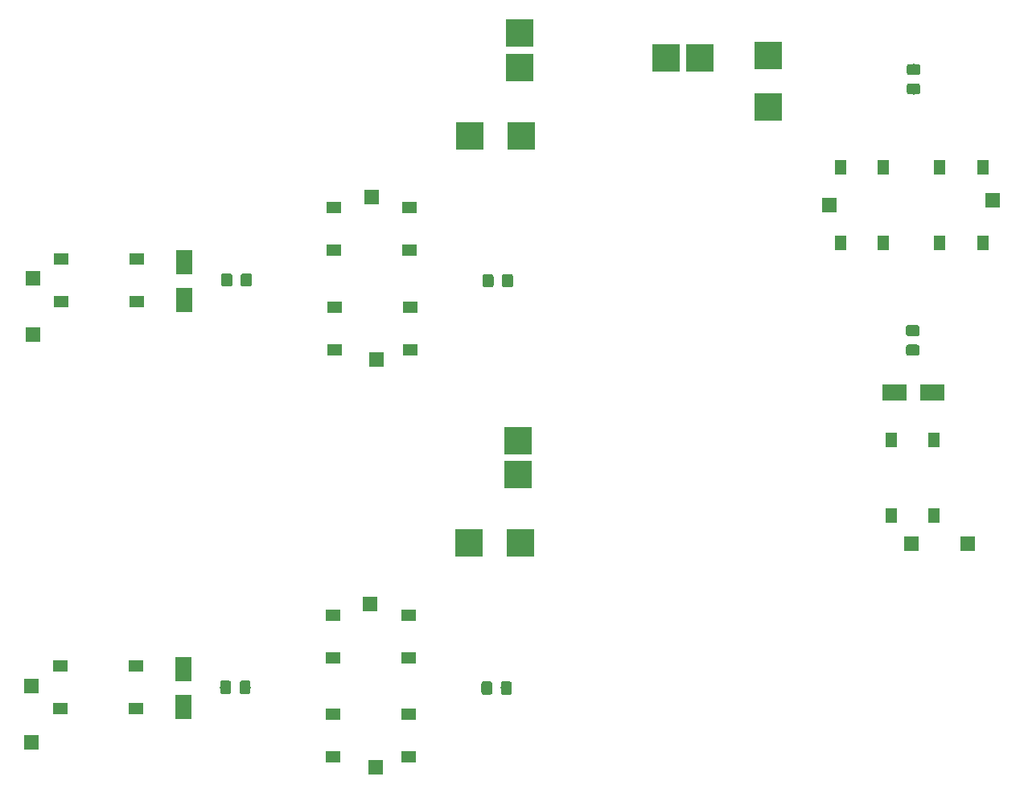
<source format=gbr>
G04 #@! TF.GenerationSoftware,KiCad,Pcbnew,(5.1.4)-1*
G04 #@! TF.CreationDate,2020-04-09T13:39:23+02:00*
G04 #@! TF.ProjectId,output.sky_panel_03_kits,6f757470-7574-42e7-936b-795f70616e65,rev?*
G04 #@! TF.SameCoordinates,Original*
G04 #@! TF.FileFunction,Paste,Bot*
G04 #@! TF.FilePolarity,Positive*
%FSLAX46Y46*%
G04 Gerber Fmt 4.6, Leading zero omitted, Abs format (unit mm)*
G04 Created by KiCad (PCBNEW (5.1.4)-1) date 2020-04-09 13:39:23*
%MOMM*%
%LPD*%
G04 APERTURE LIST*
%ADD10R,1.524000X1.524000*%
%ADD11C,0.100000*%
%ADD12C,1.150000*%
%ADD13R,1.300000X1.550000*%
%ADD14R,2.500000X1.800000*%
%ADD15R,3.000000X3.000000*%
%ADD16R,1.550000X1.300000*%
%ADD17R,1.800000X2.500000*%
G04 APERTURE END LIST*
D10*
X230725000Y-129565000D03*
D11*
G36*
X225499505Y-79026204D02*
G01*
X225523773Y-79029804D01*
X225547572Y-79035765D01*
X225570671Y-79044030D01*
X225592850Y-79054520D01*
X225613893Y-79067132D01*
X225633599Y-79081747D01*
X225651777Y-79098223D01*
X225668253Y-79116401D01*
X225682868Y-79136107D01*
X225695480Y-79157150D01*
X225705970Y-79179329D01*
X225714235Y-79202428D01*
X225720196Y-79226227D01*
X225723796Y-79250495D01*
X225725000Y-79274999D01*
X225725000Y-79925001D01*
X225723796Y-79949505D01*
X225720196Y-79973773D01*
X225714235Y-79997572D01*
X225705970Y-80020671D01*
X225695480Y-80042850D01*
X225682868Y-80063893D01*
X225668253Y-80083599D01*
X225651777Y-80101777D01*
X225633599Y-80118253D01*
X225613893Y-80132868D01*
X225592850Y-80145480D01*
X225570671Y-80155970D01*
X225547572Y-80164235D01*
X225523773Y-80170196D01*
X225499505Y-80173796D01*
X225475001Y-80175000D01*
X224574999Y-80175000D01*
X224550495Y-80173796D01*
X224526227Y-80170196D01*
X224502428Y-80164235D01*
X224479329Y-80155970D01*
X224457150Y-80145480D01*
X224436107Y-80132868D01*
X224416401Y-80118253D01*
X224398223Y-80101777D01*
X224381747Y-80083599D01*
X224367132Y-80063893D01*
X224354520Y-80042850D01*
X224344030Y-80020671D01*
X224335765Y-79997572D01*
X224329804Y-79973773D01*
X224326204Y-79949505D01*
X224325000Y-79925001D01*
X224325000Y-79274999D01*
X224326204Y-79250495D01*
X224329804Y-79226227D01*
X224335765Y-79202428D01*
X224344030Y-79179329D01*
X224354520Y-79157150D01*
X224367132Y-79136107D01*
X224381747Y-79116401D01*
X224398223Y-79098223D01*
X224416401Y-79081747D01*
X224436107Y-79067132D01*
X224457150Y-79054520D01*
X224479329Y-79044030D01*
X224502428Y-79035765D01*
X224526227Y-79029804D01*
X224550495Y-79026204D01*
X224574999Y-79025000D01*
X225475001Y-79025000D01*
X225499505Y-79026204D01*
X225499505Y-79026204D01*
G37*
D12*
X225025000Y-79600000D03*
D11*
G36*
X225499505Y-81076204D02*
G01*
X225523773Y-81079804D01*
X225547572Y-81085765D01*
X225570671Y-81094030D01*
X225592850Y-81104520D01*
X225613893Y-81117132D01*
X225633599Y-81131747D01*
X225651777Y-81148223D01*
X225668253Y-81166401D01*
X225682868Y-81186107D01*
X225695480Y-81207150D01*
X225705970Y-81229329D01*
X225714235Y-81252428D01*
X225720196Y-81276227D01*
X225723796Y-81300495D01*
X225725000Y-81324999D01*
X225725000Y-81975001D01*
X225723796Y-81999505D01*
X225720196Y-82023773D01*
X225714235Y-82047572D01*
X225705970Y-82070671D01*
X225695480Y-82092850D01*
X225682868Y-82113893D01*
X225668253Y-82133599D01*
X225651777Y-82151777D01*
X225633599Y-82168253D01*
X225613893Y-82182868D01*
X225592850Y-82195480D01*
X225570671Y-82205970D01*
X225547572Y-82214235D01*
X225523773Y-82220196D01*
X225499505Y-82223796D01*
X225475001Y-82225000D01*
X224574999Y-82225000D01*
X224550495Y-82223796D01*
X224526227Y-82220196D01*
X224502428Y-82214235D01*
X224479329Y-82205970D01*
X224457150Y-82195480D01*
X224436107Y-82182868D01*
X224416401Y-82168253D01*
X224398223Y-82151777D01*
X224381747Y-82133599D01*
X224367132Y-82113893D01*
X224354520Y-82092850D01*
X224344030Y-82070671D01*
X224335765Y-82047572D01*
X224329804Y-82023773D01*
X224326204Y-81999505D01*
X224325000Y-81975001D01*
X224325000Y-81324999D01*
X224326204Y-81300495D01*
X224329804Y-81276227D01*
X224335765Y-81252428D01*
X224344030Y-81229329D01*
X224354520Y-81207150D01*
X224367132Y-81186107D01*
X224381747Y-81166401D01*
X224398223Y-81148223D01*
X224416401Y-81131747D01*
X224436107Y-81117132D01*
X224457150Y-81104520D01*
X224479329Y-81094030D01*
X224502428Y-81085765D01*
X224526227Y-81079804D01*
X224550495Y-81076204D01*
X224574999Y-81075000D01*
X225475001Y-81075000D01*
X225499505Y-81076204D01*
X225499505Y-81076204D01*
G37*
D12*
X225025000Y-81650000D03*
D13*
X222695000Y-118600000D03*
X222695000Y-126550000D03*
X227195000Y-118600000D03*
X227195000Y-126550000D03*
D14*
X223035000Y-113595000D03*
X227035000Y-113595000D03*
D10*
X216195000Y-93905000D03*
D15*
X209775000Y-78150000D03*
D11*
G36*
X225417505Y-106524204D02*
G01*
X225441773Y-106527804D01*
X225465572Y-106533765D01*
X225488671Y-106542030D01*
X225510850Y-106552520D01*
X225531893Y-106565132D01*
X225551599Y-106579747D01*
X225569777Y-106596223D01*
X225586253Y-106614401D01*
X225600868Y-106634107D01*
X225613480Y-106655150D01*
X225623970Y-106677329D01*
X225632235Y-106700428D01*
X225638196Y-106724227D01*
X225641796Y-106748495D01*
X225643000Y-106772999D01*
X225643000Y-107423001D01*
X225641796Y-107447505D01*
X225638196Y-107471773D01*
X225632235Y-107495572D01*
X225623970Y-107518671D01*
X225613480Y-107540850D01*
X225600868Y-107561893D01*
X225586253Y-107581599D01*
X225569777Y-107599777D01*
X225551599Y-107616253D01*
X225531893Y-107630868D01*
X225510850Y-107643480D01*
X225488671Y-107653970D01*
X225465572Y-107662235D01*
X225441773Y-107668196D01*
X225417505Y-107671796D01*
X225393001Y-107673000D01*
X224492999Y-107673000D01*
X224468495Y-107671796D01*
X224444227Y-107668196D01*
X224420428Y-107662235D01*
X224397329Y-107653970D01*
X224375150Y-107643480D01*
X224354107Y-107630868D01*
X224334401Y-107616253D01*
X224316223Y-107599777D01*
X224299747Y-107581599D01*
X224285132Y-107561893D01*
X224272520Y-107540850D01*
X224262030Y-107518671D01*
X224253765Y-107495572D01*
X224247804Y-107471773D01*
X224244204Y-107447505D01*
X224243000Y-107423001D01*
X224243000Y-106772999D01*
X224244204Y-106748495D01*
X224247804Y-106724227D01*
X224253765Y-106700428D01*
X224262030Y-106677329D01*
X224272520Y-106655150D01*
X224285132Y-106634107D01*
X224299747Y-106614401D01*
X224316223Y-106596223D01*
X224334401Y-106579747D01*
X224354107Y-106565132D01*
X224375150Y-106552520D01*
X224397329Y-106542030D01*
X224420428Y-106533765D01*
X224444227Y-106527804D01*
X224468495Y-106524204D01*
X224492999Y-106523000D01*
X225393001Y-106523000D01*
X225417505Y-106524204D01*
X225417505Y-106524204D01*
G37*
D12*
X224943000Y-107098000D03*
D11*
G36*
X225417505Y-108574204D02*
G01*
X225441773Y-108577804D01*
X225465572Y-108583765D01*
X225488671Y-108592030D01*
X225510850Y-108602520D01*
X225531893Y-108615132D01*
X225551599Y-108629747D01*
X225569777Y-108646223D01*
X225586253Y-108664401D01*
X225600868Y-108684107D01*
X225613480Y-108705150D01*
X225623970Y-108727329D01*
X225632235Y-108750428D01*
X225638196Y-108774227D01*
X225641796Y-108798495D01*
X225643000Y-108822999D01*
X225643000Y-109473001D01*
X225641796Y-109497505D01*
X225638196Y-109521773D01*
X225632235Y-109545572D01*
X225623970Y-109568671D01*
X225613480Y-109590850D01*
X225600868Y-109611893D01*
X225586253Y-109631599D01*
X225569777Y-109649777D01*
X225551599Y-109666253D01*
X225531893Y-109680868D01*
X225510850Y-109693480D01*
X225488671Y-109703970D01*
X225465572Y-109712235D01*
X225441773Y-109718196D01*
X225417505Y-109721796D01*
X225393001Y-109723000D01*
X224492999Y-109723000D01*
X224468495Y-109721796D01*
X224444227Y-109718196D01*
X224420428Y-109712235D01*
X224397329Y-109703970D01*
X224375150Y-109693480D01*
X224354107Y-109680868D01*
X224334401Y-109666253D01*
X224316223Y-109649777D01*
X224299747Y-109631599D01*
X224285132Y-109611893D01*
X224272520Y-109590850D01*
X224262030Y-109568671D01*
X224253765Y-109545572D01*
X224247804Y-109521773D01*
X224244204Y-109497505D01*
X224243000Y-109473001D01*
X224243000Y-108822999D01*
X224244204Y-108798495D01*
X224247804Y-108774227D01*
X224253765Y-108750428D01*
X224262030Y-108727329D01*
X224272520Y-108705150D01*
X224285132Y-108684107D01*
X224299747Y-108664401D01*
X224316223Y-108646223D01*
X224334401Y-108629747D01*
X224354107Y-108615132D01*
X224375150Y-108602520D01*
X224397329Y-108592030D01*
X224420428Y-108583765D01*
X224444227Y-108577804D01*
X224468495Y-108574204D01*
X224492999Y-108573000D01*
X225393001Y-108573000D01*
X225417505Y-108574204D01*
X225417505Y-108574204D01*
G37*
D12*
X224943000Y-109148000D03*
D10*
X224775000Y-129555000D03*
D15*
X198975000Y-78350000D03*
X202575000Y-78350000D03*
X209775000Y-83550000D03*
D13*
X232305000Y-97830000D03*
X232305000Y-89880000D03*
X227805000Y-97830000D03*
X227805000Y-89880000D03*
X221835000Y-97870000D03*
X221835000Y-89920000D03*
X217335000Y-97870000D03*
X217335000Y-89920000D03*
D10*
X233325000Y-93385000D03*
X168515000Y-110150000D03*
X132335000Y-107550000D03*
D11*
G36*
X180599505Y-101151204D02*
G01*
X180623773Y-101154804D01*
X180647572Y-101160765D01*
X180670671Y-101169030D01*
X180692850Y-101179520D01*
X180713893Y-101192132D01*
X180733599Y-101206747D01*
X180751777Y-101223223D01*
X180768253Y-101241401D01*
X180782868Y-101261107D01*
X180795480Y-101282150D01*
X180805970Y-101304329D01*
X180814235Y-101327428D01*
X180820196Y-101351227D01*
X180823796Y-101375495D01*
X180825000Y-101399999D01*
X180825000Y-102300001D01*
X180823796Y-102324505D01*
X180820196Y-102348773D01*
X180814235Y-102372572D01*
X180805970Y-102395671D01*
X180795480Y-102417850D01*
X180782868Y-102438893D01*
X180768253Y-102458599D01*
X180751777Y-102476777D01*
X180733599Y-102493253D01*
X180713893Y-102507868D01*
X180692850Y-102520480D01*
X180670671Y-102530970D01*
X180647572Y-102539235D01*
X180623773Y-102545196D01*
X180599505Y-102548796D01*
X180575001Y-102550000D01*
X179924999Y-102550000D01*
X179900495Y-102548796D01*
X179876227Y-102545196D01*
X179852428Y-102539235D01*
X179829329Y-102530970D01*
X179807150Y-102520480D01*
X179786107Y-102507868D01*
X179766401Y-102493253D01*
X179748223Y-102476777D01*
X179731747Y-102458599D01*
X179717132Y-102438893D01*
X179704520Y-102417850D01*
X179694030Y-102395671D01*
X179685765Y-102372572D01*
X179679804Y-102348773D01*
X179676204Y-102324505D01*
X179675000Y-102300001D01*
X179675000Y-101399999D01*
X179676204Y-101375495D01*
X179679804Y-101351227D01*
X179685765Y-101327428D01*
X179694030Y-101304329D01*
X179704520Y-101282150D01*
X179717132Y-101261107D01*
X179731747Y-101241401D01*
X179748223Y-101223223D01*
X179766401Y-101206747D01*
X179786107Y-101192132D01*
X179807150Y-101179520D01*
X179829329Y-101169030D01*
X179852428Y-101160765D01*
X179876227Y-101154804D01*
X179900495Y-101151204D01*
X179924999Y-101150000D01*
X180575001Y-101150000D01*
X180599505Y-101151204D01*
X180599505Y-101151204D01*
G37*
D12*
X180250000Y-101850000D03*
D11*
G36*
X182649505Y-101151204D02*
G01*
X182673773Y-101154804D01*
X182697572Y-101160765D01*
X182720671Y-101169030D01*
X182742850Y-101179520D01*
X182763893Y-101192132D01*
X182783599Y-101206747D01*
X182801777Y-101223223D01*
X182818253Y-101241401D01*
X182832868Y-101261107D01*
X182845480Y-101282150D01*
X182855970Y-101304329D01*
X182864235Y-101327428D01*
X182870196Y-101351227D01*
X182873796Y-101375495D01*
X182875000Y-101399999D01*
X182875000Y-102300001D01*
X182873796Y-102324505D01*
X182870196Y-102348773D01*
X182864235Y-102372572D01*
X182855970Y-102395671D01*
X182845480Y-102417850D01*
X182832868Y-102438893D01*
X182818253Y-102458599D01*
X182801777Y-102476777D01*
X182783599Y-102493253D01*
X182763893Y-102507868D01*
X182742850Y-102520480D01*
X182720671Y-102530970D01*
X182697572Y-102539235D01*
X182673773Y-102545196D01*
X182649505Y-102548796D01*
X182625001Y-102550000D01*
X181974999Y-102550000D01*
X181950495Y-102548796D01*
X181926227Y-102545196D01*
X181902428Y-102539235D01*
X181879329Y-102530970D01*
X181857150Y-102520480D01*
X181836107Y-102507868D01*
X181816401Y-102493253D01*
X181798223Y-102476777D01*
X181781747Y-102458599D01*
X181767132Y-102438893D01*
X181754520Y-102417850D01*
X181744030Y-102395671D01*
X181735765Y-102372572D01*
X181729804Y-102348773D01*
X181726204Y-102324505D01*
X181725000Y-102300001D01*
X181725000Y-101399999D01*
X181726204Y-101375495D01*
X181729804Y-101351227D01*
X181735765Y-101327428D01*
X181744030Y-101304329D01*
X181754520Y-101282150D01*
X181767132Y-101261107D01*
X181781747Y-101241401D01*
X181798223Y-101223223D01*
X181816401Y-101206747D01*
X181836107Y-101192132D01*
X181857150Y-101179520D01*
X181879329Y-101169030D01*
X181902428Y-101160765D01*
X181926227Y-101154804D01*
X181950495Y-101151204D01*
X181974999Y-101150000D01*
X182625001Y-101150000D01*
X182649505Y-101151204D01*
X182649505Y-101151204D01*
G37*
D12*
X182300000Y-101850000D03*
D16*
X135350000Y-104020000D03*
X143300000Y-104020000D03*
X135350000Y-99520000D03*
X143300000Y-99520000D03*
D17*
X148305000Y-103860000D03*
X148305000Y-99860000D03*
D16*
X172020000Y-104630000D03*
X164070000Y-104630000D03*
X172020000Y-109130000D03*
X164070000Y-109130000D03*
D10*
X167995000Y-93020000D03*
D16*
X171980000Y-94160000D03*
X164030000Y-94160000D03*
X171980000Y-98660000D03*
X164030000Y-98660000D03*
D11*
G36*
X153101505Y-101069204D02*
G01*
X153125773Y-101072804D01*
X153149572Y-101078765D01*
X153172671Y-101087030D01*
X153194850Y-101097520D01*
X153215893Y-101110132D01*
X153235599Y-101124747D01*
X153253777Y-101141223D01*
X153270253Y-101159401D01*
X153284868Y-101179107D01*
X153297480Y-101200150D01*
X153307970Y-101222329D01*
X153316235Y-101245428D01*
X153322196Y-101269227D01*
X153325796Y-101293495D01*
X153327000Y-101317999D01*
X153327000Y-102218001D01*
X153325796Y-102242505D01*
X153322196Y-102266773D01*
X153316235Y-102290572D01*
X153307970Y-102313671D01*
X153297480Y-102335850D01*
X153284868Y-102356893D01*
X153270253Y-102376599D01*
X153253777Y-102394777D01*
X153235599Y-102411253D01*
X153215893Y-102425868D01*
X153194850Y-102438480D01*
X153172671Y-102448970D01*
X153149572Y-102457235D01*
X153125773Y-102463196D01*
X153101505Y-102466796D01*
X153077001Y-102468000D01*
X152426999Y-102468000D01*
X152402495Y-102466796D01*
X152378227Y-102463196D01*
X152354428Y-102457235D01*
X152331329Y-102448970D01*
X152309150Y-102438480D01*
X152288107Y-102425868D01*
X152268401Y-102411253D01*
X152250223Y-102394777D01*
X152233747Y-102376599D01*
X152219132Y-102356893D01*
X152206520Y-102335850D01*
X152196030Y-102313671D01*
X152187765Y-102290572D01*
X152181804Y-102266773D01*
X152178204Y-102242505D01*
X152177000Y-102218001D01*
X152177000Y-101317999D01*
X152178204Y-101293495D01*
X152181804Y-101269227D01*
X152187765Y-101245428D01*
X152196030Y-101222329D01*
X152206520Y-101200150D01*
X152219132Y-101179107D01*
X152233747Y-101159401D01*
X152250223Y-101141223D01*
X152268401Y-101124747D01*
X152288107Y-101110132D01*
X152309150Y-101097520D01*
X152331329Y-101087030D01*
X152354428Y-101078765D01*
X152378227Y-101072804D01*
X152402495Y-101069204D01*
X152426999Y-101068000D01*
X153077001Y-101068000D01*
X153101505Y-101069204D01*
X153101505Y-101069204D01*
G37*
D12*
X152752000Y-101768000D03*
D11*
G36*
X155151505Y-101069204D02*
G01*
X155175773Y-101072804D01*
X155199572Y-101078765D01*
X155222671Y-101087030D01*
X155244850Y-101097520D01*
X155265893Y-101110132D01*
X155285599Y-101124747D01*
X155303777Y-101141223D01*
X155320253Y-101159401D01*
X155334868Y-101179107D01*
X155347480Y-101200150D01*
X155357970Y-101222329D01*
X155366235Y-101245428D01*
X155372196Y-101269227D01*
X155375796Y-101293495D01*
X155377000Y-101317999D01*
X155377000Y-102218001D01*
X155375796Y-102242505D01*
X155372196Y-102266773D01*
X155366235Y-102290572D01*
X155357970Y-102313671D01*
X155347480Y-102335850D01*
X155334868Y-102356893D01*
X155320253Y-102376599D01*
X155303777Y-102394777D01*
X155285599Y-102411253D01*
X155265893Y-102425868D01*
X155244850Y-102438480D01*
X155222671Y-102448970D01*
X155199572Y-102457235D01*
X155175773Y-102463196D01*
X155151505Y-102466796D01*
X155127001Y-102468000D01*
X154476999Y-102468000D01*
X154452495Y-102466796D01*
X154428227Y-102463196D01*
X154404428Y-102457235D01*
X154381329Y-102448970D01*
X154359150Y-102438480D01*
X154338107Y-102425868D01*
X154318401Y-102411253D01*
X154300223Y-102394777D01*
X154283747Y-102376599D01*
X154269132Y-102356893D01*
X154256520Y-102335850D01*
X154246030Y-102313671D01*
X154237765Y-102290572D01*
X154231804Y-102266773D01*
X154228204Y-102242505D01*
X154227000Y-102218001D01*
X154227000Y-101317999D01*
X154228204Y-101293495D01*
X154231804Y-101269227D01*
X154237765Y-101245428D01*
X154246030Y-101222329D01*
X154256520Y-101200150D01*
X154269132Y-101179107D01*
X154283747Y-101159401D01*
X154300223Y-101141223D01*
X154318401Y-101124747D01*
X154338107Y-101110132D01*
X154359150Y-101097520D01*
X154381329Y-101087030D01*
X154404428Y-101078765D01*
X154428227Y-101072804D01*
X154452495Y-101069204D01*
X154476999Y-101068000D01*
X155127001Y-101068000D01*
X155151505Y-101069204D01*
X155151505Y-101069204D01*
G37*
D12*
X154802000Y-101768000D03*
D10*
X132345000Y-101600000D03*
D15*
X178350000Y-86600000D03*
X183550000Y-75800000D03*
X183550000Y-79400000D03*
X183750000Y-86600000D03*
D10*
X132210000Y-150425000D03*
X168390000Y-153025000D03*
X167870000Y-135895000D03*
X132220000Y-144475000D03*
D16*
X163905000Y-141535000D03*
X171855000Y-141535000D03*
X163905000Y-137035000D03*
X171855000Y-137035000D03*
X163945000Y-152005000D03*
X171895000Y-152005000D03*
X163945000Y-147505000D03*
X171895000Y-147505000D03*
X143175000Y-142395000D03*
X135225000Y-142395000D03*
X143175000Y-146895000D03*
X135225000Y-146895000D03*
D17*
X148180000Y-142735000D03*
X148180000Y-146735000D03*
D11*
G36*
X182524505Y-144026204D02*
G01*
X182548773Y-144029804D01*
X182572572Y-144035765D01*
X182595671Y-144044030D01*
X182617850Y-144054520D01*
X182638893Y-144067132D01*
X182658599Y-144081747D01*
X182676777Y-144098223D01*
X182693253Y-144116401D01*
X182707868Y-144136107D01*
X182720480Y-144157150D01*
X182730970Y-144179329D01*
X182739235Y-144202428D01*
X182745196Y-144226227D01*
X182748796Y-144250495D01*
X182750000Y-144274999D01*
X182750000Y-145175001D01*
X182748796Y-145199505D01*
X182745196Y-145223773D01*
X182739235Y-145247572D01*
X182730970Y-145270671D01*
X182720480Y-145292850D01*
X182707868Y-145313893D01*
X182693253Y-145333599D01*
X182676777Y-145351777D01*
X182658599Y-145368253D01*
X182638893Y-145382868D01*
X182617850Y-145395480D01*
X182595671Y-145405970D01*
X182572572Y-145414235D01*
X182548773Y-145420196D01*
X182524505Y-145423796D01*
X182500001Y-145425000D01*
X181849999Y-145425000D01*
X181825495Y-145423796D01*
X181801227Y-145420196D01*
X181777428Y-145414235D01*
X181754329Y-145405970D01*
X181732150Y-145395480D01*
X181711107Y-145382868D01*
X181691401Y-145368253D01*
X181673223Y-145351777D01*
X181656747Y-145333599D01*
X181642132Y-145313893D01*
X181629520Y-145292850D01*
X181619030Y-145270671D01*
X181610765Y-145247572D01*
X181604804Y-145223773D01*
X181601204Y-145199505D01*
X181600000Y-145175001D01*
X181600000Y-144274999D01*
X181601204Y-144250495D01*
X181604804Y-144226227D01*
X181610765Y-144202428D01*
X181619030Y-144179329D01*
X181629520Y-144157150D01*
X181642132Y-144136107D01*
X181656747Y-144116401D01*
X181673223Y-144098223D01*
X181691401Y-144081747D01*
X181711107Y-144067132D01*
X181732150Y-144054520D01*
X181754329Y-144044030D01*
X181777428Y-144035765D01*
X181801227Y-144029804D01*
X181825495Y-144026204D01*
X181849999Y-144025000D01*
X182500001Y-144025000D01*
X182524505Y-144026204D01*
X182524505Y-144026204D01*
G37*
D12*
X182175000Y-144725000D03*
D11*
G36*
X180474505Y-144026204D02*
G01*
X180498773Y-144029804D01*
X180522572Y-144035765D01*
X180545671Y-144044030D01*
X180567850Y-144054520D01*
X180588893Y-144067132D01*
X180608599Y-144081747D01*
X180626777Y-144098223D01*
X180643253Y-144116401D01*
X180657868Y-144136107D01*
X180670480Y-144157150D01*
X180680970Y-144179329D01*
X180689235Y-144202428D01*
X180695196Y-144226227D01*
X180698796Y-144250495D01*
X180700000Y-144274999D01*
X180700000Y-145175001D01*
X180698796Y-145199505D01*
X180695196Y-145223773D01*
X180689235Y-145247572D01*
X180680970Y-145270671D01*
X180670480Y-145292850D01*
X180657868Y-145313893D01*
X180643253Y-145333599D01*
X180626777Y-145351777D01*
X180608599Y-145368253D01*
X180588893Y-145382868D01*
X180567850Y-145395480D01*
X180545671Y-145405970D01*
X180522572Y-145414235D01*
X180498773Y-145420196D01*
X180474505Y-145423796D01*
X180450001Y-145425000D01*
X179799999Y-145425000D01*
X179775495Y-145423796D01*
X179751227Y-145420196D01*
X179727428Y-145414235D01*
X179704329Y-145405970D01*
X179682150Y-145395480D01*
X179661107Y-145382868D01*
X179641401Y-145368253D01*
X179623223Y-145351777D01*
X179606747Y-145333599D01*
X179592132Y-145313893D01*
X179579520Y-145292850D01*
X179569030Y-145270671D01*
X179560765Y-145247572D01*
X179554804Y-145223773D01*
X179551204Y-145199505D01*
X179550000Y-145175001D01*
X179550000Y-144274999D01*
X179551204Y-144250495D01*
X179554804Y-144226227D01*
X179560765Y-144202428D01*
X179569030Y-144179329D01*
X179579520Y-144157150D01*
X179592132Y-144136107D01*
X179606747Y-144116401D01*
X179623223Y-144098223D01*
X179641401Y-144081747D01*
X179661107Y-144067132D01*
X179682150Y-144054520D01*
X179704329Y-144044030D01*
X179727428Y-144035765D01*
X179751227Y-144029804D01*
X179775495Y-144026204D01*
X179799999Y-144025000D01*
X180450001Y-144025000D01*
X180474505Y-144026204D01*
X180474505Y-144026204D01*
G37*
D12*
X180125000Y-144725000D03*
D11*
G36*
X155026505Y-143944204D02*
G01*
X155050773Y-143947804D01*
X155074572Y-143953765D01*
X155097671Y-143962030D01*
X155119850Y-143972520D01*
X155140893Y-143985132D01*
X155160599Y-143999747D01*
X155178777Y-144016223D01*
X155195253Y-144034401D01*
X155209868Y-144054107D01*
X155222480Y-144075150D01*
X155232970Y-144097329D01*
X155241235Y-144120428D01*
X155247196Y-144144227D01*
X155250796Y-144168495D01*
X155252000Y-144192999D01*
X155252000Y-145093001D01*
X155250796Y-145117505D01*
X155247196Y-145141773D01*
X155241235Y-145165572D01*
X155232970Y-145188671D01*
X155222480Y-145210850D01*
X155209868Y-145231893D01*
X155195253Y-145251599D01*
X155178777Y-145269777D01*
X155160599Y-145286253D01*
X155140893Y-145300868D01*
X155119850Y-145313480D01*
X155097671Y-145323970D01*
X155074572Y-145332235D01*
X155050773Y-145338196D01*
X155026505Y-145341796D01*
X155002001Y-145343000D01*
X154351999Y-145343000D01*
X154327495Y-145341796D01*
X154303227Y-145338196D01*
X154279428Y-145332235D01*
X154256329Y-145323970D01*
X154234150Y-145313480D01*
X154213107Y-145300868D01*
X154193401Y-145286253D01*
X154175223Y-145269777D01*
X154158747Y-145251599D01*
X154144132Y-145231893D01*
X154131520Y-145210850D01*
X154121030Y-145188671D01*
X154112765Y-145165572D01*
X154106804Y-145141773D01*
X154103204Y-145117505D01*
X154102000Y-145093001D01*
X154102000Y-144192999D01*
X154103204Y-144168495D01*
X154106804Y-144144227D01*
X154112765Y-144120428D01*
X154121030Y-144097329D01*
X154131520Y-144075150D01*
X154144132Y-144054107D01*
X154158747Y-144034401D01*
X154175223Y-144016223D01*
X154193401Y-143999747D01*
X154213107Y-143985132D01*
X154234150Y-143972520D01*
X154256329Y-143962030D01*
X154279428Y-143953765D01*
X154303227Y-143947804D01*
X154327495Y-143944204D01*
X154351999Y-143943000D01*
X155002001Y-143943000D01*
X155026505Y-143944204D01*
X155026505Y-143944204D01*
G37*
D12*
X154677000Y-144643000D03*
D11*
G36*
X152976505Y-143944204D02*
G01*
X153000773Y-143947804D01*
X153024572Y-143953765D01*
X153047671Y-143962030D01*
X153069850Y-143972520D01*
X153090893Y-143985132D01*
X153110599Y-143999747D01*
X153128777Y-144016223D01*
X153145253Y-144034401D01*
X153159868Y-144054107D01*
X153172480Y-144075150D01*
X153182970Y-144097329D01*
X153191235Y-144120428D01*
X153197196Y-144144227D01*
X153200796Y-144168495D01*
X153202000Y-144192999D01*
X153202000Y-145093001D01*
X153200796Y-145117505D01*
X153197196Y-145141773D01*
X153191235Y-145165572D01*
X153182970Y-145188671D01*
X153172480Y-145210850D01*
X153159868Y-145231893D01*
X153145253Y-145251599D01*
X153128777Y-145269777D01*
X153110599Y-145286253D01*
X153090893Y-145300868D01*
X153069850Y-145313480D01*
X153047671Y-145323970D01*
X153024572Y-145332235D01*
X153000773Y-145338196D01*
X152976505Y-145341796D01*
X152952001Y-145343000D01*
X152301999Y-145343000D01*
X152277495Y-145341796D01*
X152253227Y-145338196D01*
X152229428Y-145332235D01*
X152206329Y-145323970D01*
X152184150Y-145313480D01*
X152163107Y-145300868D01*
X152143401Y-145286253D01*
X152125223Y-145269777D01*
X152108747Y-145251599D01*
X152094132Y-145231893D01*
X152081520Y-145210850D01*
X152071030Y-145188671D01*
X152062765Y-145165572D01*
X152056804Y-145141773D01*
X152053204Y-145117505D01*
X152052000Y-145093001D01*
X152052000Y-144192999D01*
X152053204Y-144168495D01*
X152056804Y-144144227D01*
X152062765Y-144120428D01*
X152071030Y-144097329D01*
X152081520Y-144075150D01*
X152094132Y-144054107D01*
X152108747Y-144034401D01*
X152125223Y-144016223D01*
X152143401Y-143999747D01*
X152163107Y-143985132D01*
X152184150Y-143972520D01*
X152206329Y-143962030D01*
X152229428Y-143953765D01*
X152253227Y-143947804D01*
X152277495Y-143944204D01*
X152301999Y-143943000D01*
X152952001Y-143943000D01*
X152976505Y-143944204D01*
X152976505Y-143944204D01*
G37*
D12*
X152627000Y-144643000D03*
D15*
X183425000Y-122275000D03*
X183425000Y-118675000D03*
X183625000Y-129475000D03*
X178225000Y-129475000D03*
M02*

</source>
